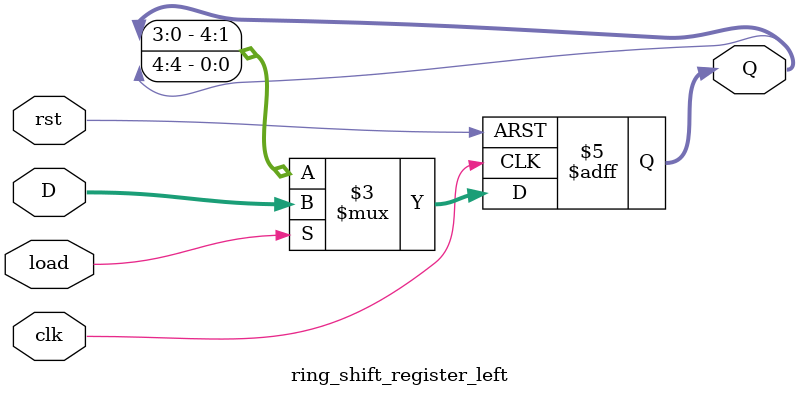
<source format=v>
module ring_shift_register_left (
    input wire clk,
    input wire rst,
    input wire load,
    input wire [4:0] D,
    output reg [4:0] Q
);

always @(posedge clk or posedge rst) begin
    if (rst)
        Q <= 5'b0;
    else if (load)
        Q <= D;
    else
        Q <= {Q[3:0], Q[4]};
end

endmodule

</source>
